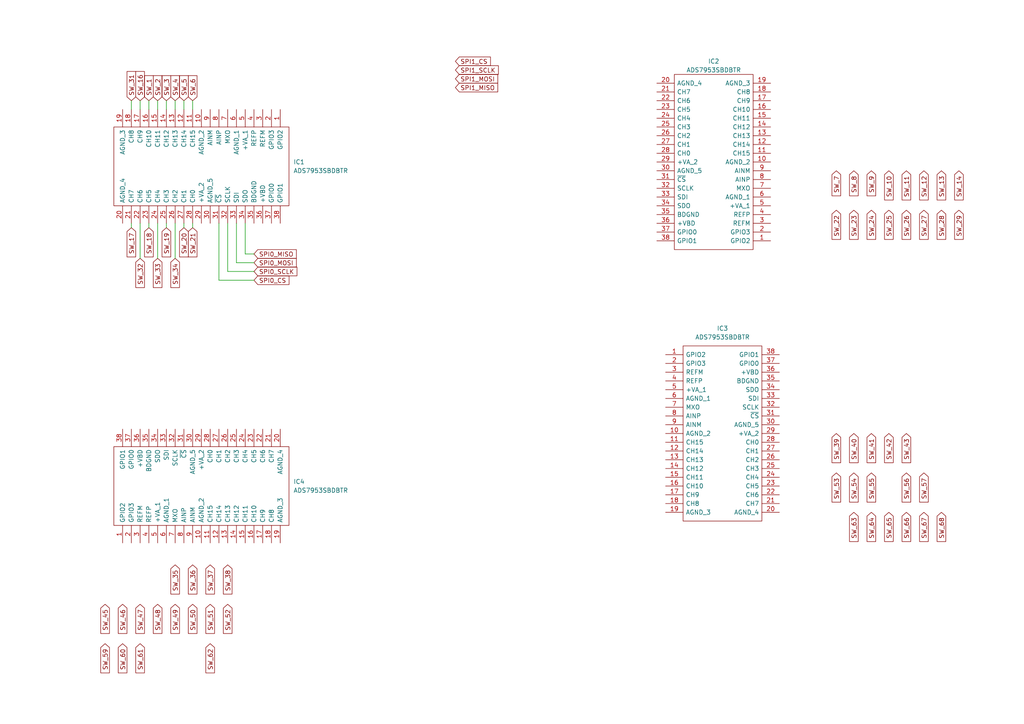
<source format=kicad_sch>
(kicad_sch (version 20211123) (generator eeschema)
  (paper "A4")
  (lib_symbols
    (symbol "SamacSys_Parts:ADS7953SBDBTR" (pin_names (offset 0.762))
      (property "Reference" "IC" (at 29.21 7.62 0))
      (property "Value" "ADS7953SBDBTR" (at 29.21 5.08 0))
      (symbol "ADS7953SBDBTR_0_0"
        (pin passive line (at 0 0 0) (length 5.08) (name "GPIO2") (number "1"))
        (pin passive line (at 0 -22.86 0) (length 5.08) (name "AGND_2") (number "10"))
        (pin passive line (at 0 -25.4 0) (length 5.08) (name "CH15") (number "11"))
        (pin passive line (at 0 -27.94 0) (length 5.08) (name "CH14") (number "12"))
        (pin passive line (at 0 -30.48 0) (length 5.08) (name "CH13") (number "13"))
        (pin passive line (at 0 -33.02 0) (length 5.08) (name "CH12") (number "14"))
        (pin passive line (at 0 -35.56 0) (length 5.08) (name "CH11") (number "15"))
        (pin passive line (at 0 -38.1 0) (length 5.08) (name "CH10") (number "16"))
        (pin passive line (at 0 -40.64 0) (length 5.08) (name "CH9") (number "17"))
        (pin passive line (at 0 -43.18 0) (length 5.08) (name "CH8") (number "18"))
        (pin passive line (at 0 -45.72 0) (length 5.08) (name "AGND_3") (number "19"))
        (pin passive line (at 0 -2.54 0) (length 5.08) (name "GPIO3") (number "2"))
        (pin passive line (at 33.02 -45.72 180) (length 5.08) (name "AGND_4") (number "20"))
        (pin passive line (at 33.02 -43.18 180) (length 5.08) (name "CH7") (number "21"))
        (pin passive line (at 33.02 -40.64 180) (length 5.08) (name "CH6") (number "22"))
        (pin passive line (at 33.02 -38.1 180) (length 5.08) (name "CH5") (number "23"))
        (pin passive line (at 33.02 -35.56 180) (length 5.08) (name "CH4") (number "24"))
        (pin passive line (at 33.02 -33.02 180) (length 5.08) (name "CH3") (number "25"))
        (pin passive line (at 33.02 -30.48 180) (length 5.08) (name "CH2") (number "26"))
        (pin passive line (at 33.02 -27.94 180) (length 5.08) (name "CH1") (number "27"))
        (pin passive line (at 33.02 -25.4 180) (length 5.08) (name "CH0") (number "28"))
        (pin passive line (at 33.02 -22.86 180) (length 5.08) (name "+VA_2") (number "29"))
        (pin passive line (at 0 -5.08 0) (length 5.08) (name "REFM") (number "3"))
        (pin passive line (at 33.02 -20.32 180) (length 5.08) (name "AGND_5") (number "30"))
        (pin passive line (at 33.02 -17.78 180) (length 5.08) (name "~{CS}") (number "31"))
        (pin passive line (at 33.02 -15.24 180) (length 5.08) (name "SCLK") (number "32"))
        (pin passive line (at 33.02 -12.7 180) (length 5.08) (name "SDI") (number "33"))
        (pin passive line (at 33.02 -10.16 180) (length 5.08) (name "SDO") (number "34"))
        (pin passive line (at 33.02 -7.62 180) (length 5.08) (name "BDGND") (number "35"))
        (pin passive line (at 33.02 -5.08 180) (length 5.08) (name "+VBD") (number "36"))
        (pin passive line (at 33.02 -2.54 180) (length 5.08) (name "GPIO0") (number "37"))
        (pin passive line (at 33.02 0 180) (length 5.08) (name "GPIO1") (number "38"))
        (pin passive line (at 0 -7.62 0) (length 5.08) (name "REFP") (number "4"))
        (pin passive line (at 0 -10.16 0) (length 5.08) (name "+VA_1") (number "5"))
        (pin passive line (at 0 -12.7 0) (length 5.08) (name "AGND_1") (number "6"))
        (pin passive line (at 0 -15.24 0) (length 5.08) (name "MXO") (number "7"))
        (pin passive line (at 0 -17.78 0) (length 5.08) (name "AINP") (number "8"))
        (pin passive line (at 0 -20.32 0) (length 5.08) (name "AINM") (number "9"))
      )
      (symbol "ADS7953SBDBTR_0_1"
        (polyline (pts (xy 5.08 2.54) (xy 27.94 2.54) (xy 27.94 -48.26) (xy 5.08 -48.26) (xy 5.08 2.54)) (stroke (width 0.1524)))
      )
    )
  )
  (wire (pts (xy 43.18 64.77) (xy 43.18 66.04)))
  (wire (pts (xy 50.8 29.21) (xy 50.8 31.75)))
  (wire (pts (xy 53.34 64.77) (xy 53.34 66.04)))
  (wire (pts (xy 68.58 64.77) (xy 68.58 76.2)))
  (wire (pts (xy 55.88 29.21) (xy 55.88 31.75)))
  (wire (pts (xy 53.34 29.21) (xy 53.34 31.75)))
  (wire (pts (xy 55.88 64.77) (xy 55.88 66.04)))
  (wire (pts (xy 45.72 64.77) (xy 45.72 74.93)))
  (wire (pts (xy 48.26 29.21) (xy 48.26 31.75)))
  (wire (pts (xy 40.64 64.77) (xy 40.64 74.93)))
  (wire (pts (xy 45.72 29.21) (xy 45.72 31.75)))
  (wire (pts (xy 38.1 64.77) (xy 38.1 66.04)))
  (wire (pts (xy 48.26 64.77) (xy 48.26 66.04)))
  (wire (pts (xy 66.04 78.74) (xy 73.66 78.74)))
  (wire (pts (xy 40.64 29.21) (xy 40.64 31.75)))
  (wire (pts (xy 66.04 64.77) (xy 66.04 78.74)))
  (wire (pts (xy 68.58 76.2) (xy 73.66 76.2)))
  (wire (pts (xy 38.1 29.21) (xy 38.1 31.75)))
  (wire (pts (xy 63.5 64.77) (xy 63.5 81.28)))
  (wire (pts (xy 43.18 29.21) (xy 43.18 31.75)))
  (wire (pts (xy 71.12 73.66) (xy 73.66 73.66)))
  (wire (pts (xy 50.8 64.77) (xy 50.8 74.93)))
  (wire (pts (xy 71.12 64.77) (xy 71.12 73.66)))
  (wire (pts (xy 63.5 81.28) (xy 73.66 81.28)))
  (global_label "SW_31" (shape input) (at 38.1 29.21 90) (property "Intersheet References" "${INTERSHEET_REFS}" (effects hide)))
  (global_label "SW_26" (shape input) (at 262.89 60.96 270) (property "Intersheet References" "${INTERSHEET_REFS}" (effects hide)))
  (global_label "SW_14" (shape input) (at 278.13 49.53 270) (property "Intersheet References" "${INTERSHEET_REFS}" (effects hide)))
  (global_label "SW_47" (shape input) (at 40.64 175.26 270) (property "Intersheet References" "${INTERSHEET_REFS}" (effects hide)))
  (global_label "SW_32" (shape input) (at 40.64 74.93 270) (property "Intersheet References" "${INTERSHEET_REFS}" (effects hide)))
  (global_label "SW_4" (shape input) (at 50.8 29.21 90) (property "Intersheet References" "${INTERSHEET_REFS}" (effects hide)))
  (global_label "SW_7" (shape input) (at 242.57 49.53 270) (property "Intersheet References" "${INTERSHEET_REFS}" (effects hide)))
  (global_label "SW_6" (shape input) (at 55.88 29.21 90) (property "Intersheet References" "${INTERSHEET_REFS}" (effects hide)))
  (global_label "SW_65" (shape input) (at 257.81 148.59 270) (property "Intersheet References" "${INTERSHEET_REFS}" (effects hide)))
  (global_label "SW_52" (shape input) (at 66.04 175.26 270) (property "Intersheet References" "${INTERSHEET_REFS}" (effects hide)))
  (global_label "SW_1" (shape input) (at 43.18 29.21 90) (property "Intersheet References" "${INTERSHEET_REFS}" (effects hide)))
  (global_label "SW_10" (shape input) (at 257.81 49.53 270) (property "Intersheet References" "${INTERSHEET_REFS}" (effects hide)))
  (global_label "SW_43" (shape input) (at 262.89 125.73 270) (property "Intersheet References" "${INTERSHEET_REFS}" (effects hide)))
  (global_label "SW_59" (shape input) (at 30.48 186.69 270) (property "Intersheet References" "${INTERSHEET_REFS}" (effects hide)))
  (global_label "SW_61" (shape input) (at 40.64 186.69 270) (property "Intersheet References" "${INTERSHEET_REFS}" (effects hide)))
  (global_label "SW_16" (shape input) (at 40.64 29.21 90) (property "Intersheet References" "${INTERSHEET_REFS}" (effects hide)))
  (global_label "SPI1_MOSI" (shape input) (at 132.08 22.86 0) (property "Intersheet References" "${INTERSHEET_REFS}" (effects hide)))
  (global_label "SW_38" (shape input) (at 66.04 163.83 270) (property "Intersheet References" "${INTERSHEET_REFS}" (effects hide)))
  (global_label "SW_28" (shape input) (at 273.05 60.96 270) (property "Intersheet References" "${INTERSHEET_REFS}" (effects hide)))
  (global_label "SPI0_MOSI" (shape input) (at 73.66 76.2 0) (property "Intersheet References" "${INTERSHEET_REFS}" (effects hide)))
  (global_label "SW_5" (shape input) (at 53.34 29.21 90) (property "Intersheet References" "${INTERSHEET_REFS}" (effects hide)))
  (global_label "SW_23" (shape input) (at 247.65 60.96 270) (property "Intersheet References" "${INTERSHEET_REFS}" (effects hide)))
  (global_label "SW_20" (shape input) (at 53.34 66.04 270) (property "Intersheet References" "${INTERSHEET_REFS}" (effects hide)))
  (global_label "SW_9" (shape input) (at 252.73 49.53 270) (property "Intersheet References" "${INTERSHEET_REFS}" (effects hide)))
  (global_label "SW_17" (shape input) (at 38.1 66.04 270) (property "Intersheet References" "${INTERSHEET_REFS}" (effects hide)))
  (global_label "SW_51" (shape input) (at 60.96 175.26 270) (property "Intersheet References" "${INTERSHEET_REFS}" (effects hide)))
  (global_label "SPI1_SCLK" (shape input) (at 132.08 20.32 0) (property "Intersheet References" "${INTERSHEET_REFS}" (effects hide)))
  (global_label "SW_39" (shape input) (at 242.57 125.73 270) (property "Intersheet References" "${INTERSHEET_REFS}" (effects hide)))
  (global_label "SW_24" (shape input) (at 252.73 60.96 270) (property "Intersheet References" "${INTERSHEET_REFS}" (effects hide)))
  (global_label "SW_11" (shape input) (at 262.89 49.53 270) (property "Intersheet References" "${INTERSHEET_REFS}" (effects hide)))
  (global_label "SW_22" (shape input) (at 242.57 60.96 270) (property "Intersheet References" "${INTERSHEET_REFS}" (effects hide)))
  (global_label "SPI1_MISO" (shape input) (at 132.08 25.4 0) (property "Intersheet References" "${INTERSHEET_REFS}" (effects hide)))
  (global_label "SW_60" (shape input) (at 35.56 186.69 270) (property "Intersheet References" "${INTERSHEET_REFS}" (effects hide)))
  (global_label "SW_29" (shape input) (at 278.13 60.96 270) (property "Intersheet References" "${INTERSHEET_REFS}" (effects hide)))
  (global_label "SW_55" (shape input) (at 252.73 137.16 270) (property "Intersheet References" "${INTERSHEET_REFS}" (effects hide)))
  (global_label "SW_18" (shape input) (at 43.18 66.04 270) (property "Intersheet References" "${INTERSHEET_REFS}" (effects hide)))
  (global_label "SPI1_CS" (shape input) (at 132.08 17.78 0) (property "Intersheet References" "${INTERSHEET_REFS}" (effects hide)))
  (global_label "SW_12" (shape input) (at 267.97 49.53 270) (property "Intersheet References" "${INTERSHEET_REFS}" (effects hide)))
  (global_label "SW_48" (shape input) (at 45.72 175.26 270) (property "Intersheet References" "${INTERSHEET_REFS}" (effects hide)))
  (global_label "SW_21" (shape input) (at 55.88 66.04 270) (property "Intersheet References" "${INTERSHEET_REFS}" (effects hide)))
  (global_label "SW_35" (shape input) (at 50.8 163.83 270) (property "Intersheet References" "${INTERSHEET_REFS}" (effects hide)))
  (global_label "SW_42" (shape input) (at 257.81 125.73 270) (property "Intersheet References" "${INTERSHEET_REFS}" (effects hide)))
  (global_label "SW_64" (shape input) (at 252.73 148.59 270) (property "Intersheet References" "${INTERSHEET_REFS}" (effects hide)))
  (global_label "SW_41" (shape input) (at 252.73 125.73 270) (property "Intersheet References" "${INTERSHEET_REFS}" (effects hide)))
  (global_label "SW_67" (shape input) (at 267.97 148.59 270) (property "Intersheet References" "${INTERSHEET_REFS}" (effects hide)))
  (global_label "SW_13" (shape input) (at 273.05 49.53 270) (property "Intersheet References" "${INTERSHEET_REFS}" (effects hide)))
  (global_label "SW_8" (shape input) (at 247.65 49.53 270) (property "Intersheet References" "${INTERSHEET_REFS}" (effects hide)))
  (global_label "SW_53" (shape input) (at 242.57 137.16 270) (property "Intersheet References" "${INTERSHEET_REFS}" (effects hide)))
  (global_label "SW_56" (shape input) (at 262.89 137.16 270) (property "Intersheet References" "${INTERSHEET_REFS}" (effects hide)))
  (global_label "SPI0_SCLK" (shape input) (at 73.66 78.74 0) (property "Intersheet References" "${INTERSHEET_REFS}" (effects hide)))
  (global_label "SW_19" (shape input) (at 48.26 66.04 270) (property "Intersheet References" "${INTERSHEET_REFS}" (effects hide)))
  (global_label "SW_49" (shape input) (at 50.8 175.26 270) (property "Intersheet References" "${INTERSHEET_REFS}" (effects hide)))
  (global_label "SW_34" (shape input) (at 50.8 74.93 270) (property "Intersheet References" "${INTERSHEET_REFS}" (effects hide)))
  (global_label "SW_57" (shape input) (at 267.97 137.16 270) (property "Intersheet References" "${INTERSHEET_REFS}" (effects hide)))
  (global_label "SW_50" (shape input) (at 55.88 175.26 270) (property "Intersheet References" "${INTERSHEET_REFS}" (effects hide)))
  (global_label "SW_36" (shape input) (at 55.88 163.83 270) (property "Intersheet References" "${INTERSHEET_REFS}" (effects hide)))
  (global_label "SW_33" (shape input) (at 45.72 74.93 270) (property "Intersheet References" "${INTERSHEET_REFS}" (effects hide)))
  (global_label "SW_45" (shape input) (at 30.48 175.26 270) (property "Intersheet References" "${INTERSHEET_REFS}" (effects hide)))
  (global_label "SW_66" (shape input) (at 262.89 148.59 270) (property "Intersheet References" "${INTERSHEET_REFS}" (effects hide)))
  (global_label "SW_54" (shape input) (at 247.65 137.16 270) (property "Intersheet References" "${INTERSHEET_REFS}" (effects hide)))
  (global_label "SW_2" (shape input) (at 45.72 29.21 90) (property "Intersheet References" "${INTERSHEET_REFS}" (effects hide)))
  (global_label "SW_68" (shape input) (at 273.05 148.59 270) (property "Intersheet References" "${INTERSHEET_REFS}" (effects hide)))
  (global_label "SW_27" (shape input) (at 267.97 60.96 270) (property "Intersheet References" "${INTERSHEET_REFS}" (effects hide)))
  (global_label "SW_3" (shape input) (at 48.26 29.21 90) (property "Intersheet References" "${INTERSHEET_REFS}" (effects hide)))
  (global_label "SW_46" (shape input) (at 35.56 175.26 270) (property "Intersheet References" "${INTERSHEET_REFS}" (effects hide)))
  (global_label "SW_62" (shape input) (at 60.96 186.69 270) (property "Intersheet References" "${INTERSHEET_REFS}" (effects hide)))
  (global_label "SPI0_MISO" (shape input) (at 73.66 73.66 0) (property "Intersheet References" "${INTERSHEET_REFS}" (effects hide)))
  (global_label "SW_40" (shape input) (at 247.65 125.73 270) (property "Intersheet References" "${INTERSHEET_REFS}" (effects hide)))
  (global_label "SW_37" (shape input) (at 60.96 163.83 270) (property "Intersheet References" "${INTERSHEET_REFS}" (effects hide)))
  (global_label "SW_25" (shape input) (at 257.81 60.96 270) (property "Intersheet References" "${INTERSHEET_REFS}" (effects hide)))
  (global_label "SPI0_CS" (shape input) (at 73.66 81.28 0) (property "Intersheet References" "${INTERSHEET_REFS}" (effects hide)))
  (global_label "SW_63" (shape input) (at 247.65 148.59 270) (property "Intersheet References" "${INTERSHEET_REFS}" (effects hide)))
  (symbol (lib_id "SamacSys_Parts:ADS7953SBDBTR") (at 35.56 157.48 90) (unit 1)
    (property "Reference" "IC4" (at 85.09 139.6999 90) (effects (justify right)))
    (property "Value" "ADS7953SBDBTR" (at 85.09 142.2399 90) (effects (justify right)))
    (property "Footprint" "Package_SO:TSSOP-38_4.4x9.7mm_P0.5mm" (effects hide))
    (property "Datasheet" "http://www.ti.com/lit/ds/symlink/ads7950.pdf" (effects hide))
    (property "Description" "12-Bit, 1-MSPS, 16-Channel, Single-Ended, microPower SAR ADC with Serial I/F" (effects hide))
    (property "Height" "1.2" (effects hide))
    (property "Manufacturer_Name" "Texas Instruments" (effects hide))
    (property "Manufacturer_Part_Number" "ADS7953SBDBTR" (effects hide))
    (property "Mouser Part Number" "595-ADS7953BDBTR" (effects hide))
    (property "Mouser Price/Stock" "https://www.mouser.co.uk/ProductDetail/Texas-Instruments/ADS7953SBDBTR?qs=Lv5%252BaqTFJEOrwGMhqLUMmw%3D%3D" (effects hide))
    (property "Arrow Part Number" "ADS7953SBDBTR" (effects hide))
    (property "Arrow Price/Stock" "https://www.arrow.com/en/products/ads7953sbdbtr/texas-instruments?region=nac" (effects hide))
  )
  (symbol (lib_id "SamacSys_Parts:ADS7953SBDBTR") (at 81.28 31.75 270) (unit 1)
    (property "Reference" "IC1" (at 85.09 46.9899 90) (effects (justify left)))
    (property "Value" "ADS7953SBDBTR" (at 85.09 49.5299 90) (effects (justify left)))
    (property "Footprint" "Package_SO:TSSOP-38_4.4x9.7mm_P0.5mm" (effects hide))
    (property "Datasheet" "http://www.ti.com/lit/ds/symlink/ads7950.pdf" (effects hide))
    (property "Description" "12-Bit, 1-MSPS, 16-Channel, Single-Ended, microPower SAR ADC with Serial I/F" (effects hide))
    (property "Height" "1.2" (effects hide))
    (property "Manufacturer_Name" "Texas Instruments" (effects hide))
    (property "Manufacturer_Part_Number" "ADS7953SBDBTR" (effects hide))
    (property "Mouser Part Number" "595-ADS7953BDBTR" (effects hide))
    (property "Mouser Price/Stock" "https://www.mouser.co.uk/ProductDetail/Texas-Instruments/ADS7953SBDBTR?qs=Lv5%252BaqTFJEOrwGMhqLUMmw%3D%3D" (effects hide))
    (property "Arrow Part Number" "ADS7953SBDBTR" (effects hide))
    (property "Arrow Price/Stock" "https://www.arrow.com/en/products/ads7953sbdbtr/texas-instruments?region=nac" (effects hide))
  )
  (symbol (lib_id "SamacSys_Parts:ADS7953SBDBTR") (at 223.52 69.85 180) (unit 1)
    (property "Reference" "IC2" (at 207.01 17.78 0))
    (property "Value" "ADS7953SBDBTR" (at 207.01 20.32 0))
    (property "Footprint" "Package_SO:TSSOP-38_4.4x9.7mm_P0.5mm" (effects hide))
    (property "Datasheet" "http://www.ti.com/lit/ds/symlink/ads7950.pdf" (effects hide))
    (property "Description" "12-Bit, 1-MSPS, 16-Channel, Single-Ended, microPower SAR ADC with Serial I/F" (effects hide))
    (property "Height" "1.2" (effects hide))
    (property "Manufacturer_Name" "Texas Instruments" (effects hide))
    (property "Manufacturer_Part_Number" "ADS7953SBDBTR" (effects hide))
    (property "Mouser Part Number" "595-ADS7953BDBTR" (effects hide))
    (property "Mouser Price/Stock" "https://www.mouser.co.uk/ProductDetail/Texas-Instruments/ADS7953SBDBTR?qs=Lv5%252BaqTFJEOrwGMhqLUMmw%3D%3D" (effects hide))
    (property "Arrow Part Number" "ADS7953SBDBTR" (effects hide))
    (property "Arrow Price/Stock" "https://www.arrow.com/en/products/ads7953sbdbtr/texas-instruments?region=nac" (effects hide))
  )
  (symbol (lib_id "SamacSys_Parts:ADS7953SBDBTR") (at 193.04 102.87 0) (unit 1)
    (property "Reference" "IC3" (at 209.55 95.25 0))
    (property "Value" "ADS7953SBDBTR" (at 209.55 97.79 0))
    (property "Footprint" "Package_SO:TSSOP-38_4.4x9.7mm_P0.5mm" (effects hide))
    (property "Datasheet" "http://www.ti.com/lit/ds/symlink/ads7950.pdf" (effects hide))
    (property "Description" "12-Bit, 1-MSPS, 16-Channel, Single-Ended, microPower SAR ADC with Serial I/F" (effects hide))
    (property "Height" "1.2" (effects hide))
    (property "Manufacturer_Name" "Texas Instruments" (effects hide))
    (property "Manufacturer_Part_Number" "ADS7953SBDBTR" (effects hide))
    (property "Mouser Part Number" "595-ADS7953BDBTR" (effects hide))
    (property "Mouser Price/Stock" "https://www.mouser.co.uk/ProductDetail/Texas-Instruments/ADS7953SBDBTR?qs=Lv5%252BaqTFJEOrwGMhqLUMmw%3D%3D" (effects hide))
    (property "Arrow Part Number" "ADS7953SBDBTR" (effects hide))
    (property "Arrow Price/Stock" "https://www.arrow.com/en/products/ads7953sbdbtr/texas-instruments?region=nac" (effects hide))
  )
)
</source>
